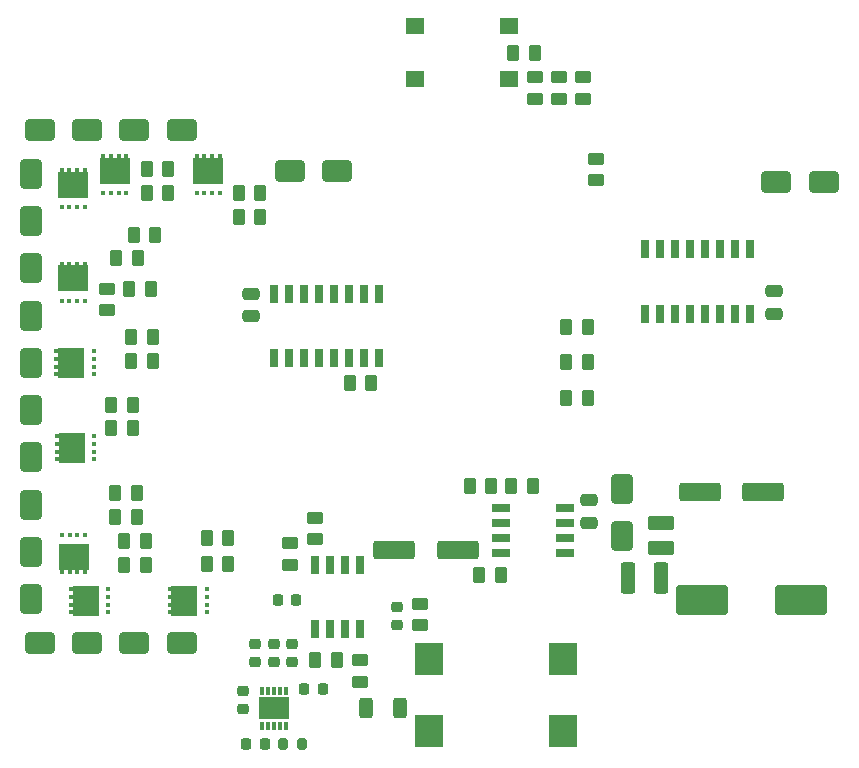
<source format=gtp>
G04 #@! TF.GenerationSoftware,KiCad,Pcbnew,7.0.7*
G04 #@! TF.CreationDate,2023-09-27T11:52:32+02:00*
G04 #@! TF.ProjectId,PCB_Layout_MOSFET,5043425f-4c61-4796-9f75-745f4d4f5346,rev?*
G04 #@! TF.SameCoordinates,Original*
G04 #@! TF.FileFunction,Paste,Top*
G04 #@! TF.FilePolarity,Positive*
%FSLAX46Y46*%
G04 Gerber Fmt 4.6, Leading zero omitted, Abs format (unit mm)*
G04 Created by KiCad (PCBNEW 7.0.7) date 2023-09-27 11:52:32*
%MOMM*%
%LPD*%
G01*
G04 APERTURE LIST*
G04 Aperture macros list*
%AMRoundRect*
0 Rectangle with rounded corners*
0 $1 Rounding radius*
0 $2 $3 $4 $5 $6 $7 $8 $9 X,Y pos of 4 corners*
0 Add a 4 corners polygon primitive as box body*
4,1,4,$2,$3,$4,$5,$6,$7,$8,$9,$2,$3,0*
0 Add four circle primitives for the rounded corners*
1,1,$1+$1,$2,$3*
1,1,$1+$1,$4,$5*
1,1,$1+$1,$6,$7*
1,1,$1+$1,$8,$9*
0 Add four rect primitives between the rounded corners*
20,1,$1+$1,$2,$3,$4,$5,0*
20,1,$1+$1,$4,$5,$6,$7,0*
20,1,$1+$1,$6,$7,$8,$9,0*
20,1,$1+$1,$8,$9,$2,$3,0*%
G04 Aperture macros list end*
%ADD10R,2.400000X2.800000*%
%ADD11RoundRect,0.250000X1.500000X0.550000X-1.500000X0.550000X-1.500000X-0.550000X1.500000X-0.550000X0*%
%ADD12RoundRect,0.250000X-1.500000X-0.550000X1.500000X-0.550000X1.500000X0.550000X-1.500000X0.550000X0*%
%ADD13R,1.528000X0.650000*%
%ADD14R,0.650000X1.528000*%
%ADD15R,1.600000X1.400000*%
%ADD16RoundRect,0.250000X-0.312500X-0.625000X0.312500X-0.625000X0.312500X0.625000X-0.312500X0.625000X0*%
%ADD17RoundRect,0.250000X1.000000X0.650000X-1.000000X0.650000X-1.000000X-0.650000X1.000000X-0.650000X0*%
%ADD18RoundRect,0.250000X0.650000X-1.000000X0.650000X1.000000X-0.650000X1.000000X-0.650000X-1.000000X0*%
%ADD19RoundRect,0.250000X-1.000000X-0.650000X1.000000X-0.650000X1.000000X0.650000X-1.000000X0.650000X0*%
%ADD20R,0.400000X0.400000*%
%ADD21R,0.400000X0.300000*%
%ADD22R,2.650000X2.200000*%
%ADD23R,0.300000X0.400000*%
%ADD24R,2.200000X2.650000*%
%ADD25R,0.300000X0.750000*%
%ADD26R,2.550000X1.850000*%
%ADD27RoundRect,0.250000X-0.262500X-0.450000X0.262500X-0.450000X0.262500X0.450000X-0.262500X0.450000X0*%
%ADD28RoundRect,0.250000X0.262500X0.450000X-0.262500X0.450000X-0.262500X-0.450000X0.262500X-0.450000X0*%
%ADD29RoundRect,0.250000X-0.450000X0.262500X-0.450000X-0.262500X0.450000X-0.262500X0.450000X0.262500X0*%
%ADD30R,0.700000X1.550000*%
%ADD31RoundRect,0.250000X0.375000X1.075000X-0.375000X1.075000X-0.375000X-1.075000X0.375000X-1.075000X0*%
%ADD32RoundRect,0.225000X-0.225000X-0.250000X0.225000X-0.250000X0.225000X0.250000X-0.225000X0.250000X0*%
%ADD33RoundRect,0.250000X0.475000X-0.250000X0.475000X0.250000X-0.475000X0.250000X-0.475000X-0.250000X0*%
%ADD34RoundRect,0.250000X-1.950000X-1.000000X1.950000X-1.000000X1.950000X1.000000X-1.950000X1.000000X0*%
%ADD35RoundRect,0.250000X-0.475000X0.250000X-0.475000X-0.250000X0.475000X-0.250000X0.475000X0.250000X0*%
%ADD36RoundRect,0.225000X0.250000X-0.225000X0.250000X0.225000X-0.250000X0.225000X-0.250000X-0.225000X0*%
%ADD37RoundRect,0.250000X-0.850000X0.375000X-0.850000X-0.375000X0.850000X-0.375000X0.850000X0.375000X0*%
%ADD38RoundRect,0.218750X-0.256250X0.218750X-0.256250X-0.218750X0.256250X-0.218750X0.256250X0.218750X0*%
%ADD39RoundRect,0.250000X0.450000X-0.262500X0.450000X0.262500X-0.450000X0.262500X-0.450000X-0.262500X0*%
%ADD40RoundRect,0.200000X0.200000X0.275000X-0.200000X0.275000X-0.200000X-0.275000X0.200000X-0.275000X0*%
%ADD41RoundRect,0.225000X0.225000X0.250000X-0.225000X0.250000X-0.225000X-0.250000X0.225000X-0.250000X0*%
%ADD42RoundRect,0.225000X-0.250000X0.225000X-0.250000X-0.225000X0.250000X-0.225000X0.250000X0.225000X0*%
G04 APERTURE END LIST*
D10*
X143057500Y-132100000D03*
X143057500Y-138200000D03*
X154457500Y-138200000D03*
X154457500Y-132100000D03*
D11*
X145550000Y-122900000D03*
X140150000Y-122900000D03*
D12*
X166000000Y-118000000D03*
X171400000Y-118000000D03*
D13*
X154611000Y-123155000D03*
X154611000Y-121885000D03*
X154611000Y-120615000D03*
X154611000Y-119345000D03*
X149189000Y-119345000D03*
X149189000Y-120615000D03*
X149189000Y-121885000D03*
X149189000Y-123155000D03*
D14*
X133445000Y-124189000D03*
X134715000Y-124189000D03*
X135985000Y-124189000D03*
X137255000Y-124189000D03*
X137255000Y-129611000D03*
X135985000Y-129611000D03*
X134715000Y-129611000D03*
X133445000Y-129611000D03*
D15*
X149900000Y-83050000D03*
X141900000Y-83050000D03*
X149900000Y-78550000D03*
X141900000Y-78550000D03*
D16*
X140662500Y-136300000D03*
X137737500Y-136300000D03*
X137737500Y-136300000D03*
X140662500Y-136300000D03*
D17*
X122150000Y-130800000D03*
X118150000Y-130800000D03*
D18*
X159400000Y-121750000D03*
X159400000Y-117750000D03*
X109400000Y-103050000D03*
X109400000Y-99050000D03*
D19*
X118150000Y-87300000D03*
X122150000Y-87300000D03*
D17*
X114150000Y-130800000D03*
X110150000Y-130800000D03*
D18*
X109400000Y-119050000D03*
X109400000Y-115050000D03*
D19*
X131340489Y-90809511D03*
X135340489Y-90809511D03*
D17*
X176510000Y-91709511D03*
X172510000Y-91709511D03*
D19*
X110150000Y-87300000D03*
X114150000Y-87300000D03*
D18*
X109400000Y-95050000D03*
X109400000Y-91050000D03*
X109400000Y-127050000D03*
X109400000Y-123050000D03*
X109400000Y-111050000D03*
X109400000Y-107050000D03*
D20*
X123425000Y-92700000D03*
X124075000Y-92700000D03*
X124725000Y-92700000D03*
X125375000Y-92700000D03*
D21*
X125375000Y-89550000D03*
X124725000Y-89550000D03*
X124075000Y-89550000D03*
X123425000Y-89550000D03*
D22*
X124400000Y-90800000D03*
D20*
X124275000Y-128175000D03*
X124275000Y-127525000D03*
X124275000Y-126875000D03*
X124275000Y-126225000D03*
D23*
X121125000Y-126225000D03*
X121125000Y-126875000D03*
X121125000Y-127525000D03*
X121125000Y-128175000D03*
D24*
X122375000Y-127200000D03*
D20*
X115920000Y-128175000D03*
X115920000Y-127525000D03*
X115920000Y-126875000D03*
X115920000Y-126225000D03*
D23*
X112770000Y-126225000D03*
X112770000Y-126875000D03*
X112770000Y-127525000D03*
X112770000Y-128175000D03*
D24*
X114020000Y-127200000D03*
D20*
X113975000Y-121625000D03*
X113325000Y-121625000D03*
X112675000Y-121625000D03*
X112025000Y-121625000D03*
D21*
X112025000Y-124775000D03*
X112675000Y-124775000D03*
X113325000Y-124775000D03*
X113975000Y-124775000D03*
D22*
X113000000Y-123525000D03*
D20*
X114755000Y-115225000D03*
X114755000Y-114575000D03*
X114755000Y-113925000D03*
X114755000Y-113275000D03*
D23*
X111605000Y-113275000D03*
X111605000Y-113925000D03*
X111605000Y-114575000D03*
X111605000Y-115225000D03*
D24*
X112855000Y-114250000D03*
D20*
X114700000Y-108025000D03*
X114700000Y-107375000D03*
X114700000Y-106725000D03*
X114700000Y-106075000D03*
D23*
X111550000Y-106075000D03*
X111550000Y-106725000D03*
X111550000Y-107375000D03*
X111550000Y-108025000D03*
D24*
X112800000Y-107050000D03*
D20*
X111975000Y-101800000D03*
X112625000Y-101800000D03*
X113275000Y-101800000D03*
X113925000Y-101800000D03*
D21*
X113925000Y-98650000D03*
X113275000Y-98650000D03*
X112625000Y-98650000D03*
X111975000Y-98650000D03*
D22*
X112950000Y-99900000D03*
D20*
X111975000Y-93870000D03*
X112625000Y-93870000D03*
X113275000Y-93870000D03*
X113925000Y-93870000D03*
D21*
X113925000Y-90720000D03*
X113275000Y-90720000D03*
X112625000Y-90720000D03*
X111975000Y-90720000D03*
D22*
X112950000Y-91970000D03*
D20*
X115525000Y-92700000D03*
X116175000Y-92700000D03*
X116825000Y-92700000D03*
X117475000Y-92700000D03*
D21*
X117475000Y-89550000D03*
X116825000Y-89550000D03*
X116175000Y-89550000D03*
X115525000Y-89550000D03*
D22*
X116500000Y-90800000D03*
D25*
X128950000Y-137800000D03*
X129450000Y-137800000D03*
X129950000Y-137800000D03*
X130450000Y-137800000D03*
X130950000Y-137800000D03*
X130950000Y-134800000D03*
X130450000Y-134800000D03*
X129950000Y-134800000D03*
X129450000Y-134800000D03*
X128950000Y-134800000D03*
D26*
X129950000Y-136300000D03*
D27*
X116187500Y-110600000D03*
X118012500Y-110600000D03*
X117287500Y-122150000D03*
X119112500Y-122150000D03*
X119187500Y-92700000D03*
X121012500Y-92700000D03*
X147337500Y-125050000D03*
X149162500Y-125050000D03*
D28*
X156552989Y-104009511D03*
X154727989Y-104009511D03*
D27*
X117887500Y-104850000D03*
X119712500Y-104850000D03*
D29*
X115800000Y-100787500D03*
X115800000Y-102612500D03*
D30*
X130005000Y-106675000D03*
X131275000Y-106675000D03*
X132545000Y-106675000D03*
X133815000Y-106675000D03*
X135085000Y-106675000D03*
X136355000Y-106675000D03*
X137625000Y-106675000D03*
X138895000Y-106675000D03*
X138895000Y-101225000D03*
X137625000Y-101225000D03*
X136355000Y-101225000D03*
X135085000Y-101225000D03*
X133815000Y-101225000D03*
X132545000Y-101225000D03*
X131275000Y-101225000D03*
X130005000Y-101225000D03*
D31*
X162700000Y-125300000D03*
X159900000Y-125300000D03*
D32*
X130275000Y-127150000D03*
X131825000Y-127150000D03*
D29*
X156100000Y-82887500D03*
X156100000Y-84712500D03*
D33*
X128050000Y-103125000D03*
X128050000Y-101225000D03*
D34*
X166217500Y-127150000D03*
X174617500Y-127150000D03*
D27*
X117687500Y-100787500D03*
X119512500Y-100787500D03*
X146537500Y-117450000D03*
X148362500Y-117450000D03*
X116537500Y-120100000D03*
X118362500Y-120100000D03*
D35*
X172300000Y-101000000D03*
X172300000Y-102900000D03*
D27*
X119187500Y-90650000D03*
X121012500Y-90650000D03*
D36*
X129950000Y-132385000D03*
X129950000Y-130835000D03*
X128397500Y-132385000D03*
X128397500Y-130835000D03*
D27*
X116587500Y-98200000D03*
X118412500Y-98200000D03*
X124275000Y-121900000D03*
X126100000Y-121900000D03*
D33*
X156650000Y-120600000D03*
X156650000Y-118700000D03*
D36*
X131497500Y-132385000D03*
X131497500Y-130835000D03*
D27*
X116187500Y-112600000D03*
X118012500Y-112600000D03*
X117287500Y-124150000D03*
X119112500Y-124150000D03*
D30*
X170302989Y-97452500D03*
X169032989Y-97452500D03*
X167762989Y-97452500D03*
X166492989Y-97452500D03*
X165222989Y-97452500D03*
X163952989Y-97452500D03*
X162682989Y-97452500D03*
X161412989Y-97452500D03*
X161412989Y-102902500D03*
X162682989Y-102902500D03*
X163952989Y-102902500D03*
X165222989Y-102902500D03*
X166492989Y-102902500D03*
X167762989Y-102902500D03*
X169032989Y-102902500D03*
X170302989Y-102902500D03*
D27*
X117887500Y-106900000D03*
X119712500Y-106900000D03*
D28*
X138212500Y-108800000D03*
X136387500Y-108800000D03*
D37*
X162700000Y-120625000D03*
X162700000Y-122775000D03*
D27*
X126987500Y-92700000D03*
X128812500Y-92700000D03*
D38*
X140400000Y-127687500D03*
X140400000Y-129262500D03*
D27*
X150237500Y-80800000D03*
X152062500Y-80800000D03*
D39*
X157250000Y-91612500D03*
X157250000Y-89787500D03*
D28*
X156552989Y-107009511D03*
X154727989Y-107009511D03*
D27*
X150037500Y-117450000D03*
X151862500Y-117450000D03*
D29*
X154100000Y-82887500D03*
X154100000Y-84712500D03*
D27*
X116537500Y-118050000D03*
X118362500Y-118050000D03*
X133445000Y-132250000D03*
X135270000Y-132250000D03*
D40*
X132372500Y-139335000D03*
X130722500Y-139335000D03*
D27*
X118087500Y-96200000D03*
X119912500Y-96200000D03*
D41*
X129172500Y-139335000D03*
X127622500Y-139335000D03*
D29*
X152100000Y-82887500D03*
X152100000Y-84712500D03*
D39*
X131350000Y-124162500D03*
X131350000Y-122337500D03*
X142300000Y-129262500D03*
X142300000Y-127437500D03*
D32*
X132525000Y-134650000D03*
X134075000Y-134650000D03*
D28*
X156552989Y-110009511D03*
X154727989Y-110009511D03*
D29*
X137250000Y-132250000D03*
X137250000Y-134075000D03*
X133450000Y-120187500D03*
X133450000Y-122012500D03*
D27*
X126987500Y-94700000D03*
X128812500Y-94700000D03*
D42*
X127300000Y-134800000D03*
X127300000Y-136350000D03*
D27*
X124275000Y-124100000D03*
X126100000Y-124100000D03*
M02*

</source>
